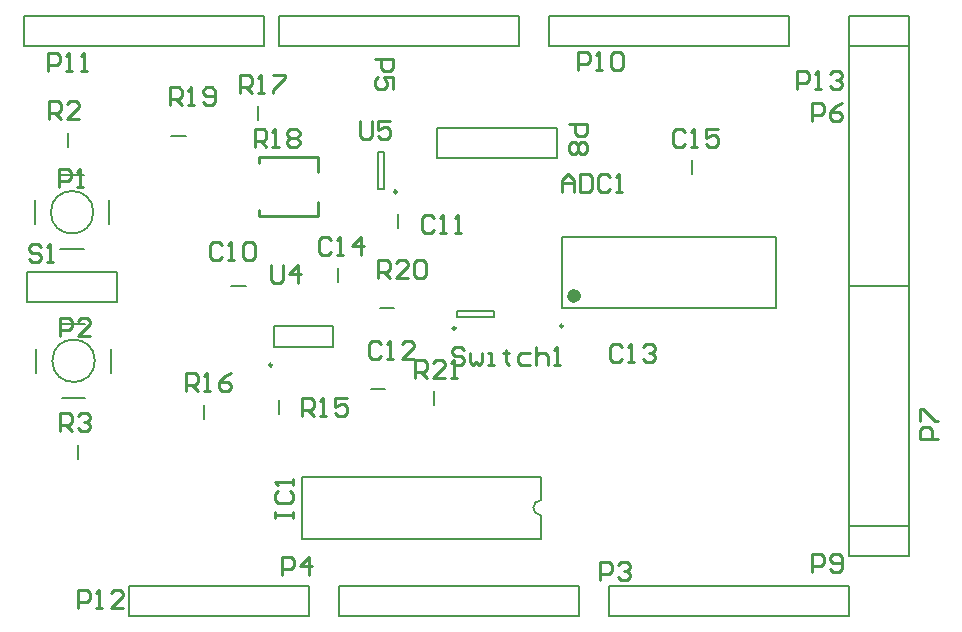
<source format=gto>
%FSLAX42Y42*%
%MOMM*%
G71*
G01*
G75*
%ADD10R,1.20X1.40*%
%ADD11O,0.60X2.30*%
%ADD12R,1.40X1.20*%
%ADD13R,1.10X0.65*%
%ADD14R,1.40X1.10*%
%ADD15R,2.00X1.30*%
%ADD16R,2.00X2.00*%
%ADD17O,0.60X2.20*%
%ADD18R,0.65X1.10*%
%ADD19C,0.25*%
%ADD20R,1.50X1.50*%
%ADD21C,1.50*%
%ADD22R,1.50X1.50*%
%ADD23C,2.50*%
%ADD24R,1.50X1.50*%
%ADD25C,1.50*%
%ADD26C,1.27*%
%ADD27C,0.20*%
%ADD28C,0.25*%
%ADD29C,0.60*%
D19*
X4771Y3884D02*
Y4009D01*
Y3509D02*
Y3634D01*
X4271Y3959D02*
Y4009D01*
Y3509D02*
Y3559D01*
Y4009D02*
X4771D01*
X4271Y3509D02*
X4771D01*
X2743Y190D02*
Y343D01*
X2819D01*
X2845Y317D01*
Y267D01*
X2819Y241D01*
X2743D01*
X2896Y190D02*
X2946D01*
X2921D01*
Y343D01*
X2896Y317D01*
X3124Y190D02*
X3023D01*
X3124Y292D01*
Y317D01*
X3099Y343D01*
X3048D01*
X3023Y317D01*
X6896Y4293D02*
X7048D01*
Y4216D01*
X7023Y4191D01*
X6972D01*
X6947Y4216D01*
Y4293D01*
X7023Y4140D02*
X7048Y4115D01*
Y4064D01*
X7023Y4039D01*
X6998D01*
X6972Y4064D01*
X6947Y4039D01*
X6921D01*
X6896Y4064D01*
Y4115D01*
X6921Y4140D01*
X6947D01*
X6972Y4115D01*
X6998Y4140D01*
X7023D01*
X6972Y4115D02*
Y4064D01*
X5258Y4839D02*
X5410D01*
Y4763D01*
X5385Y4737D01*
X5334D01*
X5309Y4763D01*
Y4839D01*
X5410Y4585D02*
Y4686D01*
X5334D01*
X5359Y4636D01*
Y4610D01*
X5334Y4585D01*
X5283D01*
X5258Y4610D01*
Y4661D01*
X5283Y4686D01*
X8954Y495D02*
Y648D01*
X9030D01*
X9055Y622D01*
Y571D01*
X9030Y546D01*
X8954D01*
X9106Y521D02*
X9131Y495D01*
X9182D01*
X9207Y521D01*
Y622D01*
X9182Y648D01*
X9131D01*
X9106Y622D01*
Y597D01*
X9131Y571D01*
X9207D01*
X4470Y470D02*
Y622D01*
X4547D01*
X4572Y597D01*
Y546D01*
X4547Y521D01*
X4470D01*
X4699Y470D02*
Y622D01*
X4623Y546D01*
X4724D01*
X10020Y1626D02*
X9868D01*
Y1702D01*
X9893Y1727D01*
X9944D01*
X9970Y1702D01*
Y1626D01*
X9868Y1778D02*
Y1880D01*
X9893D01*
X9995Y1778D01*
X10020D01*
X8954Y4318D02*
Y4470D01*
X9030D01*
X9055Y4445D01*
Y4394D01*
X9030Y4369D01*
X8954D01*
X9207Y4470D02*
X9157Y4445D01*
X9106Y4394D01*
Y4343D01*
X9131Y4318D01*
X9182D01*
X9207Y4343D01*
Y4369D01*
X9182Y4394D01*
X9106D01*
X7163Y432D02*
Y584D01*
X7239D01*
X7264Y559D01*
Y508D01*
X7239Y483D01*
X7163D01*
X7315Y559D02*
X7341Y584D01*
X7391D01*
X7417Y559D01*
Y533D01*
X7391Y508D01*
X7366D01*
X7391D01*
X7417Y483D01*
Y457D01*
X7391Y432D01*
X7341D01*
X7315Y457D01*
X2593Y2499D02*
Y2652D01*
X2670D01*
X2695Y2626D01*
Y2576D01*
X2670Y2550D01*
X2593D01*
X2847Y2499D02*
X2746D01*
X2847Y2601D01*
Y2626D01*
X2822Y2652D01*
X2771D01*
X2746Y2626D01*
X2581Y3757D02*
Y3909D01*
X2657D01*
X2682Y3884D01*
Y3833D01*
X2657Y3807D01*
X2581D01*
X2733Y3757D02*
X2784D01*
X2758D01*
Y3909D01*
X2733Y3884D01*
X2489Y4737D02*
Y4889D01*
X2565D01*
X2591Y4864D01*
Y4813D01*
X2565Y4788D01*
X2489D01*
X2642Y4737D02*
X2692D01*
X2667D01*
Y4889D01*
X2642Y4864D01*
X2769Y4737D02*
X2819D01*
X2794D01*
Y4889D01*
X2769Y4864D01*
X6838Y3711D02*
Y3813D01*
X6888Y3863D01*
X6939Y3813D01*
Y3711D01*
Y3787D01*
X6838D01*
X6990Y3863D02*
Y3711D01*
X7066D01*
X7092Y3736D01*
Y3838D01*
X7066Y3863D01*
X6990D01*
X7244Y3838D02*
X7219Y3863D01*
X7168D01*
X7142Y3838D01*
Y3736D01*
X7168Y3711D01*
X7219D01*
X7244Y3736D01*
X7295Y3711D02*
X7346D01*
X7320D01*
Y3863D01*
X7295Y3838D01*
X3962Y3264D02*
X3937Y3289D01*
X3886D01*
X3861Y3264D01*
Y3162D01*
X3886Y3137D01*
X3937D01*
X3962Y3162D01*
X4013Y3137D02*
X4064D01*
X4039D01*
Y3289D01*
X4013Y3264D01*
X4140D02*
X4166Y3289D01*
X4216D01*
X4242Y3264D01*
Y3162D01*
X4216Y3137D01*
X4166D01*
X4140Y3162D01*
Y3264D01*
X5753Y3492D02*
X5728Y3518D01*
X5677D01*
X5651Y3492D01*
Y3391D01*
X5677Y3365D01*
X5728D01*
X5753Y3391D01*
X5804Y3365D02*
X5855D01*
X5829D01*
Y3518D01*
X5804Y3492D01*
X5931Y3365D02*
X5982D01*
X5956D01*
Y3518D01*
X5931Y3492D01*
X5311Y2428D02*
X5286Y2454D01*
X5235D01*
X5210Y2428D01*
Y2327D01*
X5235Y2301D01*
X5286D01*
X5311Y2327D01*
X5362Y2301D02*
X5413D01*
X5387D01*
Y2454D01*
X5362Y2428D01*
X5590Y2301D02*
X5489D01*
X5590Y2403D01*
Y2428D01*
X5565Y2454D01*
X5514D01*
X5489Y2428D01*
X7346Y2405D02*
X7320Y2431D01*
X7269D01*
X7244Y2405D01*
Y2304D01*
X7269Y2278D01*
X7320D01*
X7346Y2304D01*
X7396Y2278D02*
X7447D01*
X7422D01*
Y2431D01*
X7396Y2405D01*
X7523D02*
X7549Y2431D01*
X7600D01*
X7625Y2405D01*
Y2380D01*
X7600Y2355D01*
X7574D01*
X7600D01*
X7625Y2329D01*
Y2304D01*
X7600Y2278D01*
X7549D01*
X7523Y2304D01*
X4887Y3312D02*
X4862Y3338D01*
X4811D01*
X4785Y3312D01*
Y3211D01*
X4811Y3185D01*
X4862D01*
X4887Y3211D01*
X4938Y3185D02*
X4988D01*
X4963D01*
Y3338D01*
X4938Y3312D01*
X5141Y3185D02*
Y3338D01*
X5065Y3261D01*
X5166D01*
X7884Y4227D02*
X7859Y4252D01*
X7808D01*
X7783Y4227D01*
Y4125D01*
X7808Y4100D01*
X7859D01*
X7884Y4125D01*
X7935Y4100D02*
X7986D01*
X7960D01*
Y4252D01*
X7935Y4227D01*
X8163Y4252D02*
X8062D01*
Y4176D01*
X8113Y4201D01*
X8138D01*
X8163Y4176D01*
Y4125D01*
X8138Y4100D01*
X8087D01*
X8062Y4125D01*
X4407Y952D02*
Y1003D01*
Y978D01*
X4559D01*
Y952D01*
Y1003D01*
X4432Y1181D02*
X4407Y1156D01*
Y1105D01*
X4432Y1079D01*
X4534D01*
X4559Y1105D01*
Y1156D01*
X4534Y1181D01*
X4559Y1232D02*
Y1283D01*
Y1257D01*
X4407D01*
X4432Y1232D01*
X6972Y4750D02*
Y4902D01*
X7048D01*
X7074Y4877D01*
Y4826D01*
X7048Y4801D01*
X6972D01*
X7125Y4750D02*
X7175D01*
X7150D01*
Y4902D01*
X7125Y4877D01*
X7252D02*
X7277Y4902D01*
X7328D01*
X7353Y4877D01*
Y4775D01*
X7328Y4750D01*
X7277D01*
X7252Y4775D01*
Y4877D01*
X8826Y4585D02*
Y4737D01*
X8903D01*
X8928Y4712D01*
Y4661D01*
X8903Y4635D01*
X8826D01*
X8979Y4585D02*
X9030D01*
X9004D01*
Y4737D01*
X8979Y4712D01*
X9106D02*
X9131Y4737D01*
X9182D01*
X9207Y4712D01*
Y4686D01*
X9182Y4661D01*
X9157D01*
X9182D01*
X9207Y4635D01*
Y4610D01*
X9182Y4585D01*
X9131D01*
X9106Y4610D01*
X2501Y4329D02*
Y4482D01*
X2577D01*
X2602Y4456D01*
Y4406D01*
X2577Y4380D01*
X2501D01*
X2551D02*
X2602Y4329D01*
X2755D02*
X2653D01*
X2755Y4431D01*
Y4456D01*
X2729Y4482D01*
X2678D01*
X2653Y4456D01*
X2590Y1688D02*
Y1840D01*
X2666D01*
X2691Y1815D01*
Y1764D01*
X2666Y1739D01*
X2590D01*
X2640D02*
X2691Y1688D01*
X2742Y1815D02*
X2767Y1840D01*
X2818D01*
X2843Y1815D01*
Y1789D01*
X2818Y1764D01*
X2793D01*
X2818D01*
X2843Y1739D01*
Y1713D01*
X2818Y1688D01*
X2767D01*
X2742Y1713D01*
X4635Y1816D02*
Y1968D01*
X4712D01*
X4737Y1943D01*
Y1892D01*
X4712Y1867D01*
X4635D01*
X4686D02*
X4737Y1816D01*
X4788D02*
X4839D01*
X4813D01*
Y1968D01*
X4788Y1943D01*
X5016Y1968D02*
X4915D01*
Y1892D01*
X4966Y1918D01*
X4991D01*
X5016Y1892D01*
Y1841D01*
X4991Y1816D01*
X4940D01*
X4915Y1841D01*
X3655Y2029D02*
Y2182D01*
X3731D01*
X3757Y2156D01*
Y2106D01*
X3731Y2080D01*
X3655D01*
X3706D02*
X3757Y2029D01*
X3807D02*
X3858D01*
X3833D01*
Y2182D01*
X3807Y2156D01*
X4036Y2182D02*
X3985Y2156D01*
X3934Y2106D01*
Y2055D01*
X3960Y2029D01*
X4011D01*
X4036Y2055D01*
Y2080D01*
X4011Y2106D01*
X3934D01*
X4112Y4557D02*
Y4709D01*
X4188D01*
X4214Y4684D01*
Y4633D01*
X4188Y4608D01*
X4112D01*
X4163D02*
X4214Y4557D01*
X4265D02*
X4315D01*
X4290D01*
Y4709D01*
X4265Y4684D01*
X4392Y4709D02*
X4493D01*
Y4684D01*
X4392Y4582D01*
Y4557D01*
X4237Y4097D02*
Y4249D01*
X4313D01*
X4338Y4224D01*
Y4173D01*
X4313Y4148D01*
X4237D01*
X4288D02*
X4338Y4097D01*
X4389D02*
X4440D01*
X4414D01*
Y4249D01*
X4389Y4224D01*
X4516D02*
X4541Y4249D01*
X4592D01*
X4618Y4224D01*
Y4199D01*
X4592Y4173D01*
X4618Y4148D01*
Y4122D01*
X4592Y4097D01*
X4541D01*
X4516Y4122D01*
Y4148D01*
X4541Y4173D01*
X4516Y4199D01*
Y4224D01*
X4541Y4173D02*
X4592D01*
X3520Y4448D02*
Y4600D01*
X3597D01*
X3622Y4574D01*
Y4524D01*
X3597Y4498D01*
X3520D01*
X3571D02*
X3622Y4448D01*
X3673D02*
X3724D01*
X3698D01*
Y4600D01*
X3673Y4574D01*
X3800Y4473D02*
X3825Y4448D01*
X3876D01*
X3901Y4473D01*
Y4574D01*
X3876Y4600D01*
X3825D01*
X3800Y4574D01*
Y4549D01*
X3825Y4524D01*
X3901D01*
X5286Y2987D02*
Y3139D01*
X5362D01*
X5387Y3114D01*
Y3063D01*
X5362Y3038D01*
X5286D01*
X5337D02*
X5387Y2987D01*
X5540D02*
X5438D01*
X5540Y3089D01*
Y3114D01*
X5514Y3139D01*
X5463D01*
X5438Y3114D01*
X5590D02*
X5616Y3139D01*
X5667D01*
X5692Y3114D01*
Y3012D01*
X5667Y2987D01*
X5616D01*
X5590Y3012D01*
Y3114D01*
X5598Y2144D02*
Y2296D01*
X5674D01*
X5700Y2271D01*
Y2220D01*
X5674Y2195D01*
X5598D01*
X5649D02*
X5700Y2144D01*
X5852D02*
X5751D01*
X5852Y2245D01*
Y2271D01*
X5827Y2296D01*
X5776D01*
X5751Y2271D01*
X5903Y2144D02*
X5954D01*
X5928D01*
Y2296D01*
X5903Y2271D01*
X2428Y3249D02*
X2403Y3274D01*
X2352D01*
X2327Y3249D01*
Y3223D01*
X2352Y3198D01*
X2403D01*
X2428Y3172D01*
Y3147D01*
X2403Y3122D01*
X2352D01*
X2327Y3147D01*
X2479Y3122D02*
X2530D01*
X2504D01*
Y3274D01*
X2479Y3249D01*
X6007Y2375D02*
X5982Y2400D01*
X5931D01*
X5906Y2375D01*
Y2349D01*
X5931Y2324D01*
X5982D01*
X6007Y2299D01*
Y2273D01*
X5982Y2248D01*
X5931D01*
X5906Y2273D01*
X6058Y2349D02*
Y2273D01*
X6083Y2248D01*
X6109Y2273D01*
X6134Y2248D01*
X6159Y2273D01*
Y2349D01*
X6210Y2248D02*
X6261D01*
X6236D01*
Y2349D01*
X6210D01*
X6363Y2375D02*
Y2349D01*
X6337D01*
X6388D01*
X6363D01*
Y2273D01*
X6388Y2248D01*
X6566Y2349D02*
X6490D01*
X6464Y2324D01*
Y2273D01*
X6490Y2248D01*
X6566D01*
X6616Y2400D02*
Y2248D01*
Y2324D01*
X6642Y2349D01*
X6693D01*
X6718Y2324D01*
Y2248D01*
X6769D02*
X6820D01*
X6794D01*
Y2400D01*
X6769Y2375D01*
X4374Y3099D02*
Y2972D01*
X4399Y2946D01*
X4450D01*
X4475Y2972D01*
Y3099D01*
X4602Y2946D02*
Y3099D01*
X4526Y3023D01*
X4628D01*
X5128Y4313D02*
Y4186D01*
X5154Y4161D01*
X5204D01*
X5230Y4186D01*
Y4313D01*
X5382D02*
X5281D01*
Y4237D01*
X5331Y4262D01*
X5357D01*
X5382Y4237D01*
Y4186D01*
X5357Y4161D01*
X5306D01*
X5281Y4186D01*
D27*
X2872Y3543D02*
G03*
X2872Y3543I-180J0D01*
G01*
X2885Y2286D02*
G03*
X2885Y2286I-180J0D01*
G01*
X6661Y1105D02*
G03*
X6661Y978I0J-63D01*
G01*
X9271Y127D02*
Y381D01*
X7239Y127D02*
X9271D01*
X7239D02*
Y381D01*
X9271D01*
X9779Y635D02*
Y889D01*
X9271Y635D02*
X9779D01*
X9271D02*
Y889D01*
X9779D01*
X3175Y127D02*
X4699D01*
X3175Y381D02*
X4699D01*
X3175Y127D02*
Y381D01*
X4699Y127D02*
Y381D01*
X9271Y5207D02*
X9779D01*
X9271Y4953D02*
Y5207D01*
Y4953D02*
X9779D01*
Y5207D01*
X9271Y889D02*
Y2921D01*
X9779Y889D02*
Y2921D01*
X9271Y889D02*
X9779D01*
X9271Y2921D02*
X9779D01*
X2377Y3443D02*
Y3643D01*
X2592Y3228D02*
X2792D01*
X3007Y3443D02*
Y3643D01*
X2592Y3858D02*
X2792D01*
X2390Y2186D02*
Y2386D01*
X2605Y1971D02*
X2805D01*
X3020Y2186D02*
Y2386D01*
X2605Y2601D02*
X2805D01*
X6794Y4001D02*
Y4254D01*
X5778Y4001D02*
X6794D01*
X5778Y4254D02*
X6794D01*
X5778Y4001D02*
Y4254D01*
X4445Y5207D02*
X6477D01*
X4445Y4953D02*
Y5207D01*
Y4953D02*
X6477D01*
Y5207D01*
X2311Y2781D02*
Y3035D01*
X3073D01*
Y2781D02*
Y3035D01*
X2311Y2781D02*
X3073D01*
X2654Y4093D02*
Y4213D01*
X2743Y1451D02*
Y1571D01*
X6662Y1105D02*
Y1306D01*
Y776D02*
Y978D01*
X4641Y776D02*
Y1306D01*
X6662D01*
X4641Y776D02*
X6662D01*
X6842Y2735D02*
X8652D01*
X6842Y3335D02*
X8652D01*
X6842Y2735D02*
Y3335D01*
X8652Y2735D02*
Y3335D01*
X3810Y1794D02*
Y1914D01*
X7938Y3864D02*
Y3984D01*
X4940Y2950D02*
Y3070D01*
X5299Y2731D02*
X5419D01*
X5753Y1908D02*
Y2028D01*
X5284Y3744D02*
X5334D01*
X5284Y4054D02*
X5334D01*
Y3744D02*
Y4054D01*
X5284Y3744D02*
Y4054D01*
X4898Y2399D02*
Y2579D01*
X4398Y2399D02*
Y2579D01*
X4898D01*
X4398Y2399D02*
X4898D01*
X5223Y2045D02*
X5343D01*
X4267Y4322D02*
Y4442D01*
X3534Y4191D02*
X3654D01*
X4042Y2921D02*
X4162D01*
X4445Y1832D02*
Y1952D01*
X5448Y3407D02*
Y3527D01*
X5954Y2655D02*
Y2705D01*
X6264Y2655D02*
Y2705D01*
X5954Y2655D02*
X6264D01*
X5954Y2705D02*
X6264D01*
X4953Y381D02*
X6985D01*
X4953Y127D02*
Y381D01*
Y127D02*
X6985D01*
Y381D01*
X9271Y2921D02*
Y4953D01*
X9779Y2921D02*
Y4953D01*
X9271Y2921D02*
X9779D01*
X9271Y4953D02*
X9779D01*
X6731Y5207D02*
X8763D01*
X6731Y4953D02*
Y5207D01*
Y4953D02*
X8763D01*
Y5207D01*
X2286D02*
X4318D01*
X2286Y4953D02*
Y5207D01*
Y4953D02*
X4318D01*
Y5207D01*
D28*
X6849Y2580D02*
G03*
X6849Y2580I-12J0D01*
G01*
X5441Y3716D02*
G03*
X5441Y3716I-12J0D01*
G01*
X4385Y2249D02*
G03*
X4385Y2249I-12J0D01*
G01*
X5939Y2560D02*
G03*
X5939Y2560I-12J0D01*
G01*
D29*
X6972Y2835D02*
G03*
X6972Y2835I-30J0D01*
G01*
M02*

</source>
